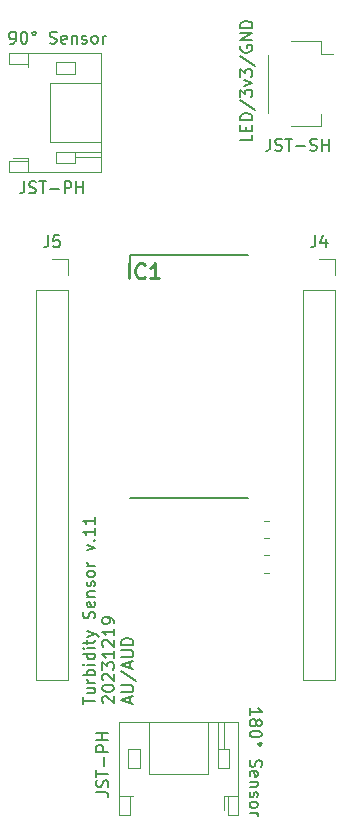
<source format=gbr>
%TF.GenerationSoftware,KiCad,Pcbnew,7.0.2-0*%
%TF.CreationDate,2023-12-19T13:36:21-05:00*%
%TF.ProjectId,Turbidity_v11,54757262-6964-4697-9479-5f7631312e6b,11*%
%TF.SameCoordinates,Original*%
%TF.FileFunction,Legend,Top*%
%TF.FilePolarity,Positive*%
%FSLAX46Y46*%
G04 Gerber Fmt 4.6, Leading zero omitted, Abs format (unit mm)*
G04 Created by KiCad (PCBNEW 7.0.2-0) date 2023-12-19 13:36:21*
%MOMM*%
%LPD*%
G01*
G04 APERTURE LIST*
%ADD10C,0.150000*%
%ADD11C,0.254000*%
%ADD12C,0.120000*%
%ADD13C,0.200000*%
G04 APERTURE END LIST*
D10*
X153852419Y-72234514D02*
X153852419Y-72710704D01*
X153852419Y-72710704D02*
X152852419Y-72710704D01*
X153328609Y-71901180D02*
X153328609Y-71567847D01*
X153852419Y-71424990D02*
X153852419Y-71901180D01*
X153852419Y-71901180D02*
X152852419Y-71901180D01*
X152852419Y-71901180D02*
X152852419Y-71424990D01*
X153852419Y-70996418D02*
X152852419Y-70996418D01*
X152852419Y-70996418D02*
X152852419Y-70758323D01*
X152852419Y-70758323D02*
X152900038Y-70615466D01*
X152900038Y-70615466D02*
X152995276Y-70520228D01*
X152995276Y-70520228D02*
X153090514Y-70472609D01*
X153090514Y-70472609D02*
X153280990Y-70424990D01*
X153280990Y-70424990D02*
X153423847Y-70424990D01*
X153423847Y-70424990D02*
X153614323Y-70472609D01*
X153614323Y-70472609D02*
X153709561Y-70520228D01*
X153709561Y-70520228D02*
X153804800Y-70615466D01*
X153804800Y-70615466D02*
X153852419Y-70758323D01*
X153852419Y-70758323D02*
X153852419Y-70996418D01*
X152804800Y-69282133D02*
X154090514Y-70139275D01*
X152852419Y-69044037D02*
X152852419Y-68424990D01*
X152852419Y-68424990D02*
X153233371Y-68758323D01*
X153233371Y-68758323D02*
X153233371Y-68615466D01*
X153233371Y-68615466D02*
X153280990Y-68520228D01*
X153280990Y-68520228D02*
X153328609Y-68472609D01*
X153328609Y-68472609D02*
X153423847Y-68424990D01*
X153423847Y-68424990D02*
X153661942Y-68424990D01*
X153661942Y-68424990D02*
X153757180Y-68472609D01*
X153757180Y-68472609D02*
X153804800Y-68520228D01*
X153804800Y-68520228D02*
X153852419Y-68615466D01*
X153852419Y-68615466D02*
X153852419Y-68901180D01*
X153852419Y-68901180D02*
X153804800Y-68996418D01*
X153804800Y-68996418D02*
X153757180Y-69044037D01*
X153185752Y-68091656D02*
X153852419Y-67853561D01*
X153852419Y-67853561D02*
X153185752Y-67615466D01*
X152852419Y-67329751D02*
X152852419Y-66710704D01*
X152852419Y-66710704D02*
X153233371Y-67044037D01*
X153233371Y-67044037D02*
X153233371Y-66901180D01*
X153233371Y-66901180D02*
X153280990Y-66805942D01*
X153280990Y-66805942D02*
X153328609Y-66758323D01*
X153328609Y-66758323D02*
X153423847Y-66710704D01*
X153423847Y-66710704D02*
X153661942Y-66710704D01*
X153661942Y-66710704D02*
X153757180Y-66758323D01*
X153757180Y-66758323D02*
X153804800Y-66805942D01*
X153804800Y-66805942D02*
X153852419Y-66901180D01*
X153852419Y-66901180D02*
X153852419Y-67186894D01*
X153852419Y-67186894D02*
X153804800Y-67282132D01*
X153804800Y-67282132D02*
X153757180Y-67329751D01*
X152804800Y-65567847D02*
X154090514Y-66424989D01*
X152900038Y-64710704D02*
X152852419Y-64805942D01*
X152852419Y-64805942D02*
X152852419Y-64948799D01*
X152852419Y-64948799D02*
X152900038Y-65091656D01*
X152900038Y-65091656D02*
X152995276Y-65186894D01*
X152995276Y-65186894D02*
X153090514Y-65234513D01*
X153090514Y-65234513D02*
X153280990Y-65282132D01*
X153280990Y-65282132D02*
X153423847Y-65282132D01*
X153423847Y-65282132D02*
X153614323Y-65234513D01*
X153614323Y-65234513D02*
X153709561Y-65186894D01*
X153709561Y-65186894D02*
X153804800Y-65091656D01*
X153804800Y-65091656D02*
X153852419Y-64948799D01*
X153852419Y-64948799D02*
X153852419Y-64853561D01*
X153852419Y-64853561D02*
X153804800Y-64710704D01*
X153804800Y-64710704D02*
X153757180Y-64663085D01*
X153757180Y-64663085D02*
X153423847Y-64663085D01*
X153423847Y-64663085D02*
X153423847Y-64853561D01*
X153852419Y-64234513D02*
X152852419Y-64234513D01*
X152852419Y-64234513D02*
X153852419Y-63663085D01*
X153852419Y-63663085D02*
X152852419Y-63663085D01*
X153852419Y-63186894D02*
X152852419Y-63186894D01*
X152852419Y-63186894D02*
X152852419Y-62948799D01*
X152852419Y-62948799D02*
X152900038Y-62805942D01*
X152900038Y-62805942D02*
X152995276Y-62710704D01*
X152995276Y-62710704D02*
X153090514Y-62663085D01*
X153090514Y-62663085D02*
X153280990Y-62615466D01*
X153280990Y-62615466D02*
X153423847Y-62615466D01*
X153423847Y-62615466D02*
X153614323Y-62663085D01*
X153614323Y-62663085D02*
X153709561Y-62710704D01*
X153709561Y-62710704D02*
X153804800Y-62805942D01*
X153804800Y-62805942D02*
X153852419Y-62948799D01*
X153852419Y-62948799D02*
X153852419Y-63186894D01*
X133381714Y-64520619D02*
X133572190Y-64520619D01*
X133572190Y-64520619D02*
X133667428Y-64473000D01*
X133667428Y-64473000D02*
X133715047Y-64425380D01*
X133715047Y-64425380D02*
X133810285Y-64282523D01*
X133810285Y-64282523D02*
X133857904Y-64092047D01*
X133857904Y-64092047D02*
X133857904Y-63711095D01*
X133857904Y-63711095D02*
X133810285Y-63615857D01*
X133810285Y-63615857D02*
X133762666Y-63568238D01*
X133762666Y-63568238D02*
X133667428Y-63520619D01*
X133667428Y-63520619D02*
X133476952Y-63520619D01*
X133476952Y-63520619D02*
X133381714Y-63568238D01*
X133381714Y-63568238D02*
X133334095Y-63615857D01*
X133334095Y-63615857D02*
X133286476Y-63711095D01*
X133286476Y-63711095D02*
X133286476Y-63949190D01*
X133286476Y-63949190D02*
X133334095Y-64044428D01*
X133334095Y-64044428D02*
X133381714Y-64092047D01*
X133381714Y-64092047D02*
X133476952Y-64139666D01*
X133476952Y-64139666D02*
X133667428Y-64139666D01*
X133667428Y-64139666D02*
X133762666Y-64092047D01*
X133762666Y-64092047D02*
X133810285Y-64044428D01*
X133810285Y-64044428D02*
X133857904Y-63949190D01*
X134476952Y-63520619D02*
X134572190Y-63520619D01*
X134572190Y-63520619D02*
X134667428Y-63568238D01*
X134667428Y-63568238D02*
X134715047Y-63615857D01*
X134715047Y-63615857D02*
X134762666Y-63711095D01*
X134762666Y-63711095D02*
X134810285Y-63901571D01*
X134810285Y-63901571D02*
X134810285Y-64139666D01*
X134810285Y-64139666D02*
X134762666Y-64330142D01*
X134762666Y-64330142D02*
X134715047Y-64425380D01*
X134715047Y-64425380D02*
X134667428Y-64473000D01*
X134667428Y-64473000D02*
X134572190Y-64520619D01*
X134572190Y-64520619D02*
X134476952Y-64520619D01*
X134476952Y-64520619D02*
X134381714Y-64473000D01*
X134381714Y-64473000D02*
X134334095Y-64425380D01*
X134334095Y-64425380D02*
X134286476Y-64330142D01*
X134286476Y-64330142D02*
X134238857Y-64139666D01*
X134238857Y-64139666D02*
X134238857Y-63901571D01*
X134238857Y-63901571D02*
X134286476Y-63711095D01*
X134286476Y-63711095D02*
X134334095Y-63615857D01*
X134334095Y-63615857D02*
X134381714Y-63568238D01*
X134381714Y-63568238D02*
X134476952Y-63520619D01*
X135381714Y-63520619D02*
X135286476Y-63568238D01*
X135286476Y-63568238D02*
X135238857Y-63663476D01*
X135238857Y-63663476D02*
X135286476Y-63758714D01*
X135286476Y-63758714D02*
X135381714Y-63806333D01*
X135381714Y-63806333D02*
X135476952Y-63758714D01*
X135476952Y-63758714D02*
X135524571Y-63663476D01*
X135524571Y-63663476D02*
X135476952Y-63568238D01*
X135476952Y-63568238D02*
X135381714Y-63520619D01*
X136715048Y-64473000D02*
X136857905Y-64520619D01*
X136857905Y-64520619D02*
X137096000Y-64520619D01*
X137096000Y-64520619D02*
X137191238Y-64473000D01*
X137191238Y-64473000D02*
X137238857Y-64425380D01*
X137238857Y-64425380D02*
X137286476Y-64330142D01*
X137286476Y-64330142D02*
X137286476Y-64234904D01*
X137286476Y-64234904D02*
X137238857Y-64139666D01*
X137238857Y-64139666D02*
X137191238Y-64092047D01*
X137191238Y-64092047D02*
X137096000Y-64044428D01*
X137096000Y-64044428D02*
X136905524Y-63996809D01*
X136905524Y-63996809D02*
X136810286Y-63949190D01*
X136810286Y-63949190D02*
X136762667Y-63901571D01*
X136762667Y-63901571D02*
X136715048Y-63806333D01*
X136715048Y-63806333D02*
X136715048Y-63711095D01*
X136715048Y-63711095D02*
X136762667Y-63615857D01*
X136762667Y-63615857D02*
X136810286Y-63568238D01*
X136810286Y-63568238D02*
X136905524Y-63520619D01*
X136905524Y-63520619D02*
X137143619Y-63520619D01*
X137143619Y-63520619D02*
X137286476Y-63568238D01*
X138096000Y-64473000D02*
X138000762Y-64520619D01*
X138000762Y-64520619D02*
X137810286Y-64520619D01*
X137810286Y-64520619D02*
X137715048Y-64473000D01*
X137715048Y-64473000D02*
X137667429Y-64377761D01*
X137667429Y-64377761D02*
X137667429Y-63996809D01*
X137667429Y-63996809D02*
X137715048Y-63901571D01*
X137715048Y-63901571D02*
X137810286Y-63853952D01*
X137810286Y-63853952D02*
X138000762Y-63853952D01*
X138000762Y-63853952D02*
X138096000Y-63901571D01*
X138096000Y-63901571D02*
X138143619Y-63996809D01*
X138143619Y-63996809D02*
X138143619Y-64092047D01*
X138143619Y-64092047D02*
X137667429Y-64187285D01*
X138572191Y-63853952D02*
X138572191Y-64520619D01*
X138572191Y-63949190D02*
X138619810Y-63901571D01*
X138619810Y-63901571D02*
X138715048Y-63853952D01*
X138715048Y-63853952D02*
X138857905Y-63853952D01*
X138857905Y-63853952D02*
X138953143Y-63901571D01*
X138953143Y-63901571D02*
X139000762Y-63996809D01*
X139000762Y-63996809D02*
X139000762Y-64520619D01*
X139429334Y-64473000D02*
X139524572Y-64520619D01*
X139524572Y-64520619D02*
X139715048Y-64520619D01*
X139715048Y-64520619D02*
X139810286Y-64473000D01*
X139810286Y-64473000D02*
X139857905Y-64377761D01*
X139857905Y-64377761D02*
X139857905Y-64330142D01*
X139857905Y-64330142D02*
X139810286Y-64234904D01*
X139810286Y-64234904D02*
X139715048Y-64187285D01*
X139715048Y-64187285D02*
X139572191Y-64187285D01*
X139572191Y-64187285D02*
X139476953Y-64139666D01*
X139476953Y-64139666D02*
X139429334Y-64044428D01*
X139429334Y-64044428D02*
X139429334Y-63996809D01*
X139429334Y-63996809D02*
X139476953Y-63901571D01*
X139476953Y-63901571D02*
X139572191Y-63853952D01*
X139572191Y-63853952D02*
X139715048Y-63853952D01*
X139715048Y-63853952D02*
X139810286Y-63901571D01*
X140429334Y-64520619D02*
X140334096Y-64473000D01*
X140334096Y-64473000D02*
X140286477Y-64425380D01*
X140286477Y-64425380D02*
X140238858Y-64330142D01*
X140238858Y-64330142D02*
X140238858Y-64044428D01*
X140238858Y-64044428D02*
X140286477Y-63949190D01*
X140286477Y-63949190D02*
X140334096Y-63901571D01*
X140334096Y-63901571D02*
X140429334Y-63853952D01*
X140429334Y-63853952D02*
X140572191Y-63853952D01*
X140572191Y-63853952D02*
X140667429Y-63901571D01*
X140667429Y-63901571D02*
X140715048Y-63949190D01*
X140715048Y-63949190D02*
X140762667Y-64044428D01*
X140762667Y-64044428D02*
X140762667Y-64330142D01*
X140762667Y-64330142D02*
X140715048Y-64425380D01*
X140715048Y-64425380D02*
X140667429Y-64473000D01*
X140667429Y-64473000D02*
X140572191Y-64520619D01*
X140572191Y-64520619D02*
X140429334Y-64520619D01*
X141191239Y-64520619D02*
X141191239Y-63853952D01*
X141191239Y-64044428D02*
X141238858Y-63949190D01*
X141238858Y-63949190D02*
X141286477Y-63901571D01*
X141286477Y-63901571D02*
X141381715Y-63853952D01*
X141381715Y-63853952D02*
X141476953Y-63853952D01*
X139528619Y-120427761D02*
X139528619Y-119856333D01*
X140528619Y-120142047D02*
X139528619Y-120142047D01*
X139861952Y-119094428D02*
X140528619Y-119094428D01*
X139861952Y-119522999D02*
X140385761Y-119522999D01*
X140385761Y-119522999D02*
X140481000Y-119475380D01*
X140481000Y-119475380D02*
X140528619Y-119380142D01*
X140528619Y-119380142D02*
X140528619Y-119237285D01*
X140528619Y-119237285D02*
X140481000Y-119142047D01*
X140481000Y-119142047D02*
X140433380Y-119094428D01*
X140528619Y-118618237D02*
X139861952Y-118618237D01*
X140052428Y-118618237D02*
X139957190Y-118570618D01*
X139957190Y-118570618D02*
X139909571Y-118522999D01*
X139909571Y-118522999D02*
X139861952Y-118427761D01*
X139861952Y-118427761D02*
X139861952Y-118332523D01*
X140528619Y-117999189D02*
X139528619Y-117999189D01*
X139909571Y-117999189D02*
X139861952Y-117903951D01*
X139861952Y-117903951D02*
X139861952Y-117713475D01*
X139861952Y-117713475D02*
X139909571Y-117618237D01*
X139909571Y-117618237D02*
X139957190Y-117570618D01*
X139957190Y-117570618D02*
X140052428Y-117522999D01*
X140052428Y-117522999D02*
X140338142Y-117522999D01*
X140338142Y-117522999D02*
X140433380Y-117570618D01*
X140433380Y-117570618D02*
X140481000Y-117618237D01*
X140481000Y-117618237D02*
X140528619Y-117713475D01*
X140528619Y-117713475D02*
X140528619Y-117903951D01*
X140528619Y-117903951D02*
X140481000Y-117999189D01*
X140528619Y-117094427D02*
X139861952Y-117094427D01*
X139528619Y-117094427D02*
X139576238Y-117142046D01*
X139576238Y-117142046D02*
X139623857Y-117094427D01*
X139623857Y-117094427D02*
X139576238Y-117046808D01*
X139576238Y-117046808D02*
X139528619Y-117094427D01*
X139528619Y-117094427D02*
X139623857Y-117094427D01*
X140528619Y-116189666D02*
X139528619Y-116189666D01*
X140481000Y-116189666D02*
X140528619Y-116284904D01*
X140528619Y-116284904D02*
X140528619Y-116475380D01*
X140528619Y-116475380D02*
X140481000Y-116570618D01*
X140481000Y-116570618D02*
X140433380Y-116618237D01*
X140433380Y-116618237D02*
X140338142Y-116665856D01*
X140338142Y-116665856D02*
X140052428Y-116665856D01*
X140052428Y-116665856D02*
X139957190Y-116618237D01*
X139957190Y-116618237D02*
X139909571Y-116570618D01*
X139909571Y-116570618D02*
X139861952Y-116475380D01*
X139861952Y-116475380D02*
X139861952Y-116284904D01*
X139861952Y-116284904D02*
X139909571Y-116189666D01*
X140528619Y-115713475D02*
X139861952Y-115713475D01*
X139528619Y-115713475D02*
X139576238Y-115761094D01*
X139576238Y-115761094D02*
X139623857Y-115713475D01*
X139623857Y-115713475D02*
X139576238Y-115665856D01*
X139576238Y-115665856D02*
X139528619Y-115713475D01*
X139528619Y-115713475D02*
X139623857Y-115713475D01*
X139861952Y-115380142D02*
X139861952Y-114999190D01*
X139528619Y-115237285D02*
X140385761Y-115237285D01*
X140385761Y-115237285D02*
X140481000Y-115189666D01*
X140481000Y-115189666D02*
X140528619Y-115094428D01*
X140528619Y-115094428D02*
X140528619Y-114999190D01*
X139861952Y-114761094D02*
X140528619Y-114522999D01*
X139861952Y-114284904D02*
X140528619Y-114522999D01*
X140528619Y-114522999D02*
X140766714Y-114618237D01*
X140766714Y-114618237D02*
X140814333Y-114665856D01*
X140814333Y-114665856D02*
X140861952Y-114761094D01*
X140481000Y-113189665D02*
X140528619Y-113046808D01*
X140528619Y-113046808D02*
X140528619Y-112808713D01*
X140528619Y-112808713D02*
X140481000Y-112713475D01*
X140481000Y-112713475D02*
X140433380Y-112665856D01*
X140433380Y-112665856D02*
X140338142Y-112618237D01*
X140338142Y-112618237D02*
X140242904Y-112618237D01*
X140242904Y-112618237D02*
X140147666Y-112665856D01*
X140147666Y-112665856D02*
X140100047Y-112713475D01*
X140100047Y-112713475D02*
X140052428Y-112808713D01*
X140052428Y-112808713D02*
X140004809Y-112999189D01*
X140004809Y-112999189D02*
X139957190Y-113094427D01*
X139957190Y-113094427D02*
X139909571Y-113142046D01*
X139909571Y-113142046D02*
X139814333Y-113189665D01*
X139814333Y-113189665D02*
X139719095Y-113189665D01*
X139719095Y-113189665D02*
X139623857Y-113142046D01*
X139623857Y-113142046D02*
X139576238Y-113094427D01*
X139576238Y-113094427D02*
X139528619Y-112999189D01*
X139528619Y-112999189D02*
X139528619Y-112761094D01*
X139528619Y-112761094D02*
X139576238Y-112618237D01*
X140481000Y-111808713D02*
X140528619Y-111903951D01*
X140528619Y-111903951D02*
X140528619Y-112094427D01*
X140528619Y-112094427D02*
X140481000Y-112189665D01*
X140481000Y-112189665D02*
X140385761Y-112237284D01*
X140385761Y-112237284D02*
X140004809Y-112237284D01*
X140004809Y-112237284D02*
X139909571Y-112189665D01*
X139909571Y-112189665D02*
X139861952Y-112094427D01*
X139861952Y-112094427D02*
X139861952Y-111903951D01*
X139861952Y-111903951D02*
X139909571Y-111808713D01*
X139909571Y-111808713D02*
X140004809Y-111761094D01*
X140004809Y-111761094D02*
X140100047Y-111761094D01*
X140100047Y-111761094D02*
X140195285Y-112237284D01*
X139861952Y-111332522D02*
X140528619Y-111332522D01*
X139957190Y-111332522D02*
X139909571Y-111284903D01*
X139909571Y-111284903D02*
X139861952Y-111189665D01*
X139861952Y-111189665D02*
X139861952Y-111046808D01*
X139861952Y-111046808D02*
X139909571Y-110951570D01*
X139909571Y-110951570D02*
X140004809Y-110903951D01*
X140004809Y-110903951D02*
X140528619Y-110903951D01*
X140481000Y-110475379D02*
X140528619Y-110380141D01*
X140528619Y-110380141D02*
X140528619Y-110189665D01*
X140528619Y-110189665D02*
X140481000Y-110094427D01*
X140481000Y-110094427D02*
X140385761Y-110046808D01*
X140385761Y-110046808D02*
X140338142Y-110046808D01*
X140338142Y-110046808D02*
X140242904Y-110094427D01*
X140242904Y-110094427D02*
X140195285Y-110189665D01*
X140195285Y-110189665D02*
X140195285Y-110332522D01*
X140195285Y-110332522D02*
X140147666Y-110427760D01*
X140147666Y-110427760D02*
X140052428Y-110475379D01*
X140052428Y-110475379D02*
X140004809Y-110475379D01*
X140004809Y-110475379D02*
X139909571Y-110427760D01*
X139909571Y-110427760D02*
X139861952Y-110332522D01*
X139861952Y-110332522D02*
X139861952Y-110189665D01*
X139861952Y-110189665D02*
X139909571Y-110094427D01*
X140528619Y-109475379D02*
X140481000Y-109570617D01*
X140481000Y-109570617D02*
X140433380Y-109618236D01*
X140433380Y-109618236D02*
X140338142Y-109665855D01*
X140338142Y-109665855D02*
X140052428Y-109665855D01*
X140052428Y-109665855D02*
X139957190Y-109618236D01*
X139957190Y-109618236D02*
X139909571Y-109570617D01*
X139909571Y-109570617D02*
X139861952Y-109475379D01*
X139861952Y-109475379D02*
X139861952Y-109332522D01*
X139861952Y-109332522D02*
X139909571Y-109237284D01*
X139909571Y-109237284D02*
X139957190Y-109189665D01*
X139957190Y-109189665D02*
X140052428Y-109142046D01*
X140052428Y-109142046D02*
X140338142Y-109142046D01*
X140338142Y-109142046D02*
X140433380Y-109189665D01*
X140433380Y-109189665D02*
X140481000Y-109237284D01*
X140481000Y-109237284D02*
X140528619Y-109332522D01*
X140528619Y-109332522D02*
X140528619Y-109475379D01*
X140528619Y-108713474D02*
X139861952Y-108713474D01*
X140052428Y-108713474D02*
X139957190Y-108665855D01*
X139957190Y-108665855D02*
X139909571Y-108618236D01*
X139909571Y-108618236D02*
X139861952Y-108522998D01*
X139861952Y-108522998D02*
X139861952Y-108427760D01*
X139861952Y-107427759D02*
X140528619Y-107189664D01*
X140528619Y-107189664D02*
X139861952Y-106951569D01*
X140433380Y-106570616D02*
X140481000Y-106522997D01*
X140481000Y-106522997D02*
X140528619Y-106570616D01*
X140528619Y-106570616D02*
X140481000Y-106618235D01*
X140481000Y-106618235D02*
X140433380Y-106570616D01*
X140433380Y-106570616D02*
X140528619Y-106570616D01*
X140528619Y-105570617D02*
X140528619Y-106142045D01*
X140528619Y-105856331D02*
X139528619Y-105856331D01*
X139528619Y-105856331D02*
X139671476Y-105951569D01*
X139671476Y-105951569D02*
X139766714Y-106046807D01*
X139766714Y-106046807D02*
X139814333Y-106142045D01*
X140528619Y-104618236D02*
X140528619Y-105189664D01*
X140528619Y-104903950D02*
X139528619Y-104903950D01*
X139528619Y-104903950D02*
X139671476Y-104999188D01*
X139671476Y-104999188D02*
X139766714Y-105094426D01*
X139766714Y-105094426D02*
X139814333Y-105189664D01*
X141243857Y-120332523D02*
X141196238Y-120284904D01*
X141196238Y-120284904D02*
X141148619Y-120189666D01*
X141148619Y-120189666D02*
X141148619Y-119951571D01*
X141148619Y-119951571D02*
X141196238Y-119856333D01*
X141196238Y-119856333D02*
X141243857Y-119808714D01*
X141243857Y-119808714D02*
X141339095Y-119761095D01*
X141339095Y-119761095D02*
X141434333Y-119761095D01*
X141434333Y-119761095D02*
X141577190Y-119808714D01*
X141577190Y-119808714D02*
X142148619Y-120380142D01*
X142148619Y-120380142D02*
X142148619Y-119761095D01*
X141148619Y-119142047D02*
X141148619Y-119046809D01*
X141148619Y-119046809D02*
X141196238Y-118951571D01*
X141196238Y-118951571D02*
X141243857Y-118903952D01*
X141243857Y-118903952D02*
X141339095Y-118856333D01*
X141339095Y-118856333D02*
X141529571Y-118808714D01*
X141529571Y-118808714D02*
X141767666Y-118808714D01*
X141767666Y-118808714D02*
X141958142Y-118856333D01*
X141958142Y-118856333D02*
X142053380Y-118903952D01*
X142053380Y-118903952D02*
X142101000Y-118951571D01*
X142101000Y-118951571D02*
X142148619Y-119046809D01*
X142148619Y-119046809D02*
X142148619Y-119142047D01*
X142148619Y-119142047D02*
X142101000Y-119237285D01*
X142101000Y-119237285D02*
X142053380Y-119284904D01*
X142053380Y-119284904D02*
X141958142Y-119332523D01*
X141958142Y-119332523D02*
X141767666Y-119380142D01*
X141767666Y-119380142D02*
X141529571Y-119380142D01*
X141529571Y-119380142D02*
X141339095Y-119332523D01*
X141339095Y-119332523D02*
X141243857Y-119284904D01*
X141243857Y-119284904D02*
X141196238Y-119237285D01*
X141196238Y-119237285D02*
X141148619Y-119142047D01*
X141243857Y-118427761D02*
X141196238Y-118380142D01*
X141196238Y-118380142D02*
X141148619Y-118284904D01*
X141148619Y-118284904D02*
X141148619Y-118046809D01*
X141148619Y-118046809D02*
X141196238Y-117951571D01*
X141196238Y-117951571D02*
X141243857Y-117903952D01*
X141243857Y-117903952D02*
X141339095Y-117856333D01*
X141339095Y-117856333D02*
X141434333Y-117856333D01*
X141434333Y-117856333D02*
X141577190Y-117903952D01*
X141577190Y-117903952D02*
X142148619Y-118475380D01*
X142148619Y-118475380D02*
X142148619Y-117856333D01*
X141148619Y-117522999D02*
X141148619Y-116903952D01*
X141148619Y-116903952D02*
X141529571Y-117237285D01*
X141529571Y-117237285D02*
X141529571Y-117094428D01*
X141529571Y-117094428D02*
X141577190Y-116999190D01*
X141577190Y-116999190D02*
X141624809Y-116951571D01*
X141624809Y-116951571D02*
X141720047Y-116903952D01*
X141720047Y-116903952D02*
X141958142Y-116903952D01*
X141958142Y-116903952D02*
X142053380Y-116951571D01*
X142053380Y-116951571D02*
X142101000Y-116999190D01*
X142101000Y-116999190D02*
X142148619Y-117094428D01*
X142148619Y-117094428D02*
X142148619Y-117380142D01*
X142148619Y-117380142D02*
X142101000Y-117475380D01*
X142101000Y-117475380D02*
X142053380Y-117522999D01*
X142148619Y-115951571D02*
X142148619Y-116522999D01*
X142148619Y-116237285D02*
X141148619Y-116237285D01*
X141148619Y-116237285D02*
X141291476Y-116332523D01*
X141291476Y-116332523D02*
X141386714Y-116427761D01*
X141386714Y-116427761D02*
X141434333Y-116522999D01*
X141243857Y-115570618D02*
X141196238Y-115522999D01*
X141196238Y-115522999D02*
X141148619Y-115427761D01*
X141148619Y-115427761D02*
X141148619Y-115189666D01*
X141148619Y-115189666D02*
X141196238Y-115094428D01*
X141196238Y-115094428D02*
X141243857Y-115046809D01*
X141243857Y-115046809D02*
X141339095Y-114999190D01*
X141339095Y-114999190D02*
X141434333Y-114999190D01*
X141434333Y-114999190D02*
X141577190Y-115046809D01*
X141577190Y-115046809D02*
X142148619Y-115618237D01*
X142148619Y-115618237D02*
X142148619Y-114999190D01*
X142148619Y-114046809D02*
X142148619Y-114618237D01*
X142148619Y-114332523D02*
X141148619Y-114332523D01*
X141148619Y-114332523D02*
X141291476Y-114427761D01*
X141291476Y-114427761D02*
X141386714Y-114522999D01*
X141386714Y-114522999D02*
X141434333Y-114618237D01*
X142148619Y-113570618D02*
X142148619Y-113380142D01*
X142148619Y-113380142D02*
X142101000Y-113284904D01*
X142101000Y-113284904D02*
X142053380Y-113237285D01*
X142053380Y-113237285D02*
X141910523Y-113142047D01*
X141910523Y-113142047D02*
X141720047Y-113094428D01*
X141720047Y-113094428D02*
X141339095Y-113094428D01*
X141339095Y-113094428D02*
X141243857Y-113142047D01*
X141243857Y-113142047D02*
X141196238Y-113189666D01*
X141196238Y-113189666D02*
X141148619Y-113284904D01*
X141148619Y-113284904D02*
X141148619Y-113475380D01*
X141148619Y-113475380D02*
X141196238Y-113570618D01*
X141196238Y-113570618D02*
X141243857Y-113618237D01*
X141243857Y-113618237D02*
X141339095Y-113665856D01*
X141339095Y-113665856D02*
X141577190Y-113665856D01*
X141577190Y-113665856D02*
X141672428Y-113618237D01*
X141672428Y-113618237D02*
X141720047Y-113570618D01*
X141720047Y-113570618D02*
X141767666Y-113475380D01*
X141767666Y-113475380D02*
X141767666Y-113284904D01*
X141767666Y-113284904D02*
X141720047Y-113189666D01*
X141720047Y-113189666D02*
X141672428Y-113142047D01*
X141672428Y-113142047D02*
X141577190Y-113094428D01*
X143482904Y-120332523D02*
X143482904Y-119856333D01*
X143768619Y-120427761D02*
X142768619Y-120094428D01*
X142768619Y-120094428D02*
X143768619Y-119761095D01*
X142768619Y-119427761D02*
X143578142Y-119427761D01*
X143578142Y-119427761D02*
X143673380Y-119380142D01*
X143673380Y-119380142D02*
X143721000Y-119332523D01*
X143721000Y-119332523D02*
X143768619Y-119237285D01*
X143768619Y-119237285D02*
X143768619Y-119046809D01*
X143768619Y-119046809D02*
X143721000Y-118951571D01*
X143721000Y-118951571D02*
X143673380Y-118903952D01*
X143673380Y-118903952D02*
X143578142Y-118856333D01*
X143578142Y-118856333D02*
X142768619Y-118856333D01*
X142721000Y-117665857D02*
X144006714Y-118522999D01*
X143482904Y-117380142D02*
X143482904Y-116903952D01*
X143768619Y-117475380D02*
X142768619Y-117142047D01*
X142768619Y-117142047D02*
X143768619Y-116808714D01*
X142768619Y-116475380D02*
X143578142Y-116475380D01*
X143578142Y-116475380D02*
X143673380Y-116427761D01*
X143673380Y-116427761D02*
X143721000Y-116380142D01*
X143721000Y-116380142D02*
X143768619Y-116284904D01*
X143768619Y-116284904D02*
X143768619Y-116094428D01*
X143768619Y-116094428D02*
X143721000Y-115999190D01*
X143721000Y-115999190D02*
X143673380Y-115951571D01*
X143673380Y-115951571D02*
X143578142Y-115903952D01*
X143578142Y-115903952D02*
X142768619Y-115903952D01*
X143768619Y-115427761D02*
X142768619Y-115427761D01*
X142768619Y-115427761D02*
X142768619Y-115189666D01*
X142768619Y-115189666D02*
X142816238Y-115046809D01*
X142816238Y-115046809D02*
X142911476Y-114951571D01*
X142911476Y-114951571D02*
X143006714Y-114903952D01*
X143006714Y-114903952D02*
X143197190Y-114856333D01*
X143197190Y-114856333D02*
X143340047Y-114856333D01*
X143340047Y-114856333D02*
X143530523Y-114903952D01*
X143530523Y-114903952D02*
X143625761Y-114951571D01*
X143625761Y-114951571D02*
X143721000Y-115046809D01*
X143721000Y-115046809D02*
X143768619Y-115189666D01*
X143768619Y-115189666D02*
X143768619Y-115427761D01*
X134534209Y-76195219D02*
X134534209Y-76909504D01*
X134534209Y-76909504D02*
X134486590Y-77052361D01*
X134486590Y-77052361D02*
X134391352Y-77147600D01*
X134391352Y-77147600D02*
X134248495Y-77195219D01*
X134248495Y-77195219D02*
X134153257Y-77195219D01*
X134962781Y-77147600D02*
X135105638Y-77195219D01*
X135105638Y-77195219D02*
X135343733Y-77195219D01*
X135343733Y-77195219D02*
X135438971Y-77147600D01*
X135438971Y-77147600D02*
X135486590Y-77099980D01*
X135486590Y-77099980D02*
X135534209Y-77004742D01*
X135534209Y-77004742D02*
X135534209Y-76909504D01*
X135534209Y-76909504D02*
X135486590Y-76814266D01*
X135486590Y-76814266D02*
X135438971Y-76766647D01*
X135438971Y-76766647D02*
X135343733Y-76719028D01*
X135343733Y-76719028D02*
X135153257Y-76671409D01*
X135153257Y-76671409D02*
X135058019Y-76623790D01*
X135058019Y-76623790D02*
X135010400Y-76576171D01*
X135010400Y-76576171D02*
X134962781Y-76480933D01*
X134962781Y-76480933D02*
X134962781Y-76385695D01*
X134962781Y-76385695D02*
X135010400Y-76290457D01*
X135010400Y-76290457D02*
X135058019Y-76242838D01*
X135058019Y-76242838D02*
X135153257Y-76195219D01*
X135153257Y-76195219D02*
X135391352Y-76195219D01*
X135391352Y-76195219D02*
X135534209Y-76242838D01*
X135819924Y-76195219D02*
X136391352Y-76195219D01*
X136105638Y-77195219D02*
X136105638Y-76195219D01*
X136724686Y-76814266D02*
X137486591Y-76814266D01*
X137962781Y-77195219D02*
X137962781Y-76195219D01*
X137962781Y-76195219D02*
X138343733Y-76195219D01*
X138343733Y-76195219D02*
X138438971Y-76242838D01*
X138438971Y-76242838D02*
X138486590Y-76290457D01*
X138486590Y-76290457D02*
X138534209Y-76385695D01*
X138534209Y-76385695D02*
X138534209Y-76528552D01*
X138534209Y-76528552D02*
X138486590Y-76623790D01*
X138486590Y-76623790D02*
X138438971Y-76671409D01*
X138438971Y-76671409D02*
X138343733Y-76719028D01*
X138343733Y-76719028D02*
X137962781Y-76719028D01*
X138962781Y-77195219D02*
X138962781Y-76195219D01*
X138962781Y-76671409D02*
X139534209Y-76671409D01*
X139534209Y-77195219D02*
X139534209Y-76195219D01*
X155362209Y-72588419D02*
X155362209Y-73302704D01*
X155362209Y-73302704D02*
X155314590Y-73445561D01*
X155314590Y-73445561D02*
X155219352Y-73540800D01*
X155219352Y-73540800D02*
X155076495Y-73588419D01*
X155076495Y-73588419D02*
X154981257Y-73588419D01*
X155790781Y-73540800D02*
X155933638Y-73588419D01*
X155933638Y-73588419D02*
X156171733Y-73588419D01*
X156171733Y-73588419D02*
X156266971Y-73540800D01*
X156266971Y-73540800D02*
X156314590Y-73493180D01*
X156314590Y-73493180D02*
X156362209Y-73397942D01*
X156362209Y-73397942D02*
X156362209Y-73302704D01*
X156362209Y-73302704D02*
X156314590Y-73207466D01*
X156314590Y-73207466D02*
X156266971Y-73159847D01*
X156266971Y-73159847D02*
X156171733Y-73112228D01*
X156171733Y-73112228D02*
X155981257Y-73064609D01*
X155981257Y-73064609D02*
X155886019Y-73016990D01*
X155886019Y-73016990D02*
X155838400Y-72969371D01*
X155838400Y-72969371D02*
X155790781Y-72874133D01*
X155790781Y-72874133D02*
X155790781Y-72778895D01*
X155790781Y-72778895D02*
X155838400Y-72683657D01*
X155838400Y-72683657D02*
X155886019Y-72636038D01*
X155886019Y-72636038D02*
X155981257Y-72588419D01*
X155981257Y-72588419D02*
X156219352Y-72588419D01*
X156219352Y-72588419D02*
X156362209Y-72636038D01*
X156647924Y-72588419D02*
X157219352Y-72588419D01*
X156933638Y-73588419D02*
X156933638Y-72588419D01*
X157552686Y-73207466D02*
X158314591Y-73207466D01*
X158743162Y-73540800D02*
X158886019Y-73588419D01*
X158886019Y-73588419D02*
X159124114Y-73588419D01*
X159124114Y-73588419D02*
X159219352Y-73540800D01*
X159219352Y-73540800D02*
X159266971Y-73493180D01*
X159266971Y-73493180D02*
X159314590Y-73397942D01*
X159314590Y-73397942D02*
X159314590Y-73302704D01*
X159314590Y-73302704D02*
X159266971Y-73207466D01*
X159266971Y-73207466D02*
X159219352Y-73159847D01*
X159219352Y-73159847D02*
X159124114Y-73112228D01*
X159124114Y-73112228D02*
X158933638Y-73064609D01*
X158933638Y-73064609D02*
X158838400Y-73016990D01*
X158838400Y-73016990D02*
X158790781Y-72969371D01*
X158790781Y-72969371D02*
X158743162Y-72874133D01*
X158743162Y-72874133D02*
X158743162Y-72778895D01*
X158743162Y-72778895D02*
X158790781Y-72683657D01*
X158790781Y-72683657D02*
X158838400Y-72636038D01*
X158838400Y-72636038D02*
X158933638Y-72588419D01*
X158933638Y-72588419D02*
X159171733Y-72588419D01*
X159171733Y-72588419D02*
X159314590Y-72636038D01*
X159743162Y-73588419D02*
X159743162Y-72588419D01*
X159743162Y-73064609D02*
X160314590Y-73064609D01*
X160314590Y-73588419D02*
X160314590Y-72588419D01*
X153639980Y-121361104D02*
X153639980Y-120789676D01*
X153639980Y-121075390D02*
X154639980Y-121075390D01*
X154639980Y-121075390D02*
X154497123Y-120980152D01*
X154497123Y-120980152D02*
X154401885Y-120884914D01*
X154401885Y-120884914D02*
X154354266Y-120789676D01*
X154211409Y-121932533D02*
X154259028Y-121837295D01*
X154259028Y-121837295D02*
X154306647Y-121789676D01*
X154306647Y-121789676D02*
X154401885Y-121742057D01*
X154401885Y-121742057D02*
X154449504Y-121742057D01*
X154449504Y-121742057D02*
X154544742Y-121789676D01*
X154544742Y-121789676D02*
X154592361Y-121837295D01*
X154592361Y-121837295D02*
X154639980Y-121932533D01*
X154639980Y-121932533D02*
X154639980Y-122123009D01*
X154639980Y-122123009D02*
X154592361Y-122218247D01*
X154592361Y-122218247D02*
X154544742Y-122265866D01*
X154544742Y-122265866D02*
X154449504Y-122313485D01*
X154449504Y-122313485D02*
X154401885Y-122313485D01*
X154401885Y-122313485D02*
X154306647Y-122265866D01*
X154306647Y-122265866D02*
X154259028Y-122218247D01*
X154259028Y-122218247D02*
X154211409Y-122123009D01*
X154211409Y-122123009D02*
X154211409Y-121932533D01*
X154211409Y-121932533D02*
X154163790Y-121837295D01*
X154163790Y-121837295D02*
X154116171Y-121789676D01*
X154116171Y-121789676D02*
X154020933Y-121742057D01*
X154020933Y-121742057D02*
X153830457Y-121742057D01*
X153830457Y-121742057D02*
X153735219Y-121789676D01*
X153735219Y-121789676D02*
X153687600Y-121837295D01*
X153687600Y-121837295D02*
X153639980Y-121932533D01*
X153639980Y-121932533D02*
X153639980Y-122123009D01*
X153639980Y-122123009D02*
X153687600Y-122218247D01*
X153687600Y-122218247D02*
X153735219Y-122265866D01*
X153735219Y-122265866D02*
X153830457Y-122313485D01*
X153830457Y-122313485D02*
X154020933Y-122313485D01*
X154020933Y-122313485D02*
X154116171Y-122265866D01*
X154116171Y-122265866D02*
X154163790Y-122218247D01*
X154163790Y-122218247D02*
X154211409Y-122123009D01*
X154639980Y-122932533D02*
X154639980Y-123027771D01*
X154639980Y-123027771D02*
X154592361Y-123123009D01*
X154592361Y-123123009D02*
X154544742Y-123170628D01*
X154544742Y-123170628D02*
X154449504Y-123218247D01*
X154449504Y-123218247D02*
X154259028Y-123265866D01*
X154259028Y-123265866D02*
X154020933Y-123265866D01*
X154020933Y-123265866D02*
X153830457Y-123218247D01*
X153830457Y-123218247D02*
X153735219Y-123170628D01*
X153735219Y-123170628D02*
X153687600Y-123123009D01*
X153687600Y-123123009D02*
X153639980Y-123027771D01*
X153639980Y-123027771D02*
X153639980Y-122932533D01*
X153639980Y-122932533D02*
X153687600Y-122837295D01*
X153687600Y-122837295D02*
X153735219Y-122789676D01*
X153735219Y-122789676D02*
X153830457Y-122742057D01*
X153830457Y-122742057D02*
X154020933Y-122694438D01*
X154020933Y-122694438D02*
X154259028Y-122694438D01*
X154259028Y-122694438D02*
X154449504Y-122742057D01*
X154449504Y-122742057D02*
X154544742Y-122789676D01*
X154544742Y-122789676D02*
X154592361Y-122837295D01*
X154592361Y-122837295D02*
X154639980Y-122932533D01*
X154639980Y-123837295D02*
X154592361Y-123742057D01*
X154592361Y-123742057D02*
X154497123Y-123694438D01*
X154497123Y-123694438D02*
X154401885Y-123742057D01*
X154401885Y-123742057D02*
X154354266Y-123837295D01*
X154354266Y-123837295D02*
X154401885Y-123932533D01*
X154401885Y-123932533D02*
X154497123Y-123980152D01*
X154497123Y-123980152D02*
X154592361Y-123932533D01*
X154592361Y-123932533D02*
X154639980Y-123837295D01*
X153687600Y-125170629D02*
X153639980Y-125313486D01*
X153639980Y-125313486D02*
X153639980Y-125551581D01*
X153639980Y-125551581D02*
X153687600Y-125646819D01*
X153687600Y-125646819D02*
X153735219Y-125694438D01*
X153735219Y-125694438D02*
X153830457Y-125742057D01*
X153830457Y-125742057D02*
X153925695Y-125742057D01*
X153925695Y-125742057D02*
X154020933Y-125694438D01*
X154020933Y-125694438D02*
X154068552Y-125646819D01*
X154068552Y-125646819D02*
X154116171Y-125551581D01*
X154116171Y-125551581D02*
X154163790Y-125361105D01*
X154163790Y-125361105D02*
X154211409Y-125265867D01*
X154211409Y-125265867D02*
X154259028Y-125218248D01*
X154259028Y-125218248D02*
X154354266Y-125170629D01*
X154354266Y-125170629D02*
X154449504Y-125170629D01*
X154449504Y-125170629D02*
X154544742Y-125218248D01*
X154544742Y-125218248D02*
X154592361Y-125265867D01*
X154592361Y-125265867D02*
X154639980Y-125361105D01*
X154639980Y-125361105D02*
X154639980Y-125599200D01*
X154639980Y-125599200D02*
X154592361Y-125742057D01*
X153687600Y-126551581D02*
X153639980Y-126456343D01*
X153639980Y-126456343D02*
X153639980Y-126265867D01*
X153639980Y-126265867D02*
X153687600Y-126170629D01*
X153687600Y-126170629D02*
X153782838Y-126123010D01*
X153782838Y-126123010D02*
X154163790Y-126123010D01*
X154163790Y-126123010D02*
X154259028Y-126170629D01*
X154259028Y-126170629D02*
X154306647Y-126265867D01*
X154306647Y-126265867D02*
X154306647Y-126456343D01*
X154306647Y-126456343D02*
X154259028Y-126551581D01*
X154259028Y-126551581D02*
X154163790Y-126599200D01*
X154163790Y-126599200D02*
X154068552Y-126599200D01*
X154068552Y-126599200D02*
X153973314Y-126123010D01*
X154306647Y-127027772D02*
X153639980Y-127027772D01*
X154211409Y-127027772D02*
X154259028Y-127075391D01*
X154259028Y-127075391D02*
X154306647Y-127170629D01*
X154306647Y-127170629D02*
X154306647Y-127313486D01*
X154306647Y-127313486D02*
X154259028Y-127408724D01*
X154259028Y-127408724D02*
X154163790Y-127456343D01*
X154163790Y-127456343D02*
X153639980Y-127456343D01*
X153687600Y-127884915D02*
X153639980Y-127980153D01*
X153639980Y-127980153D02*
X153639980Y-128170629D01*
X153639980Y-128170629D02*
X153687600Y-128265867D01*
X153687600Y-128265867D02*
X153782838Y-128313486D01*
X153782838Y-128313486D02*
X153830457Y-128313486D01*
X153830457Y-128313486D02*
X153925695Y-128265867D01*
X153925695Y-128265867D02*
X153973314Y-128170629D01*
X153973314Y-128170629D02*
X153973314Y-128027772D01*
X153973314Y-128027772D02*
X154020933Y-127932534D01*
X154020933Y-127932534D02*
X154116171Y-127884915D01*
X154116171Y-127884915D02*
X154163790Y-127884915D01*
X154163790Y-127884915D02*
X154259028Y-127932534D01*
X154259028Y-127932534D02*
X154306647Y-128027772D01*
X154306647Y-128027772D02*
X154306647Y-128170629D01*
X154306647Y-128170629D02*
X154259028Y-128265867D01*
X153639980Y-128884915D02*
X153687600Y-128789677D01*
X153687600Y-128789677D02*
X153735219Y-128742058D01*
X153735219Y-128742058D02*
X153830457Y-128694439D01*
X153830457Y-128694439D02*
X154116171Y-128694439D01*
X154116171Y-128694439D02*
X154211409Y-128742058D01*
X154211409Y-128742058D02*
X154259028Y-128789677D01*
X154259028Y-128789677D02*
X154306647Y-128884915D01*
X154306647Y-128884915D02*
X154306647Y-129027772D01*
X154306647Y-129027772D02*
X154259028Y-129123010D01*
X154259028Y-129123010D02*
X154211409Y-129170629D01*
X154211409Y-129170629D02*
X154116171Y-129218248D01*
X154116171Y-129218248D02*
X153830457Y-129218248D01*
X153830457Y-129218248D02*
X153735219Y-129170629D01*
X153735219Y-129170629D02*
X153687600Y-129123010D01*
X153687600Y-129123010D02*
X153639980Y-129027772D01*
X153639980Y-129027772D02*
X153639980Y-128884915D01*
X153639980Y-129646820D02*
X154306647Y-129646820D01*
X154116171Y-129646820D02*
X154211409Y-129694439D01*
X154211409Y-129694439D02*
X154259028Y-129742058D01*
X154259028Y-129742058D02*
X154306647Y-129837296D01*
X154306647Y-129837296D02*
X154306647Y-129932534D01*
X140660419Y-127898590D02*
X141374704Y-127898590D01*
X141374704Y-127898590D02*
X141517561Y-127946209D01*
X141517561Y-127946209D02*
X141612800Y-128041447D01*
X141612800Y-128041447D02*
X141660419Y-128184304D01*
X141660419Y-128184304D02*
X141660419Y-128279542D01*
X141612800Y-127470018D02*
X141660419Y-127327161D01*
X141660419Y-127327161D02*
X141660419Y-127089066D01*
X141660419Y-127089066D02*
X141612800Y-126993828D01*
X141612800Y-126993828D02*
X141565180Y-126946209D01*
X141565180Y-126946209D02*
X141469942Y-126898590D01*
X141469942Y-126898590D02*
X141374704Y-126898590D01*
X141374704Y-126898590D02*
X141279466Y-126946209D01*
X141279466Y-126946209D02*
X141231847Y-126993828D01*
X141231847Y-126993828D02*
X141184228Y-127089066D01*
X141184228Y-127089066D02*
X141136609Y-127279542D01*
X141136609Y-127279542D02*
X141088990Y-127374780D01*
X141088990Y-127374780D02*
X141041371Y-127422399D01*
X141041371Y-127422399D02*
X140946133Y-127470018D01*
X140946133Y-127470018D02*
X140850895Y-127470018D01*
X140850895Y-127470018D02*
X140755657Y-127422399D01*
X140755657Y-127422399D02*
X140708038Y-127374780D01*
X140708038Y-127374780D02*
X140660419Y-127279542D01*
X140660419Y-127279542D02*
X140660419Y-127041447D01*
X140660419Y-127041447D02*
X140708038Y-126898590D01*
X140660419Y-126612875D02*
X140660419Y-126041447D01*
X141660419Y-126327161D02*
X140660419Y-126327161D01*
X141279466Y-125708113D02*
X141279466Y-124946209D01*
X141660419Y-124470018D02*
X140660419Y-124470018D01*
X140660419Y-124470018D02*
X140660419Y-124089066D01*
X140660419Y-124089066D02*
X140708038Y-123993828D01*
X140708038Y-123993828D02*
X140755657Y-123946209D01*
X140755657Y-123946209D02*
X140850895Y-123898590D01*
X140850895Y-123898590D02*
X140993752Y-123898590D01*
X140993752Y-123898590D02*
X141088990Y-123946209D01*
X141088990Y-123946209D02*
X141136609Y-123993828D01*
X141136609Y-123993828D02*
X141184228Y-124089066D01*
X141184228Y-124089066D02*
X141184228Y-124470018D01*
X141660419Y-123470018D02*
X140660419Y-123470018D01*
X141136609Y-123470018D02*
X141136609Y-122898590D01*
X141660419Y-122898590D02*
X140660419Y-122898590D01*
D11*
%TO.C,IC1*%
X143413237Y-84407526D02*
X143413237Y-83137526D01*
X144743714Y-84286573D02*
X144683238Y-84347050D01*
X144683238Y-84347050D02*
X144501809Y-84407526D01*
X144501809Y-84407526D02*
X144380857Y-84407526D01*
X144380857Y-84407526D02*
X144199428Y-84347050D01*
X144199428Y-84347050D02*
X144078476Y-84226097D01*
X144078476Y-84226097D02*
X144017999Y-84105145D01*
X144017999Y-84105145D02*
X143957523Y-83863240D01*
X143957523Y-83863240D02*
X143957523Y-83681811D01*
X143957523Y-83681811D02*
X144017999Y-83439907D01*
X144017999Y-83439907D02*
X144078476Y-83318954D01*
X144078476Y-83318954D02*
X144199428Y-83198002D01*
X144199428Y-83198002D02*
X144380857Y-83137526D01*
X144380857Y-83137526D02*
X144501809Y-83137526D01*
X144501809Y-83137526D02*
X144683238Y-83198002D01*
X144683238Y-83198002D02*
X144743714Y-83258478D01*
X145953238Y-84407526D02*
X145227523Y-84407526D01*
X145590380Y-84407526D02*
X145590380Y-83137526D01*
X145590380Y-83137526D02*
X145469428Y-83318954D01*
X145469428Y-83318954D02*
X145348476Y-83439907D01*
X145348476Y-83439907D02*
X145227523Y-83500383D01*
D10*
%TO.C,J4*%
X159178666Y-80766619D02*
X159178666Y-81480904D01*
X159178666Y-81480904D02*
X159131047Y-81623761D01*
X159131047Y-81623761D02*
X159035809Y-81719000D01*
X159035809Y-81719000D02*
X158892952Y-81766619D01*
X158892952Y-81766619D02*
X158797714Y-81766619D01*
X160083428Y-81099952D02*
X160083428Y-81766619D01*
X159845333Y-80719000D02*
X159607238Y-81433285D01*
X159607238Y-81433285D02*
X160226285Y-81433285D01*
%TO.C,J5*%
X136572666Y-80766619D02*
X136572666Y-81480904D01*
X136572666Y-81480904D02*
X136525047Y-81623761D01*
X136525047Y-81623761D02*
X136429809Y-81719000D01*
X136429809Y-81719000D02*
X136286952Y-81766619D01*
X136286952Y-81766619D02*
X136191714Y-81766619D01*
X137525047Y-80766619D02*
X137048857Y-80766619D01*
X137048857Y-80766619D02*
X137001238Y-81242809D01*
X137001238Y-81242809D02*
X137048857Y-81195190D01*
X137048857Y-81195190D02*
X137144095Y-81147571D01*
X137144095Y-81147571D02*
X137382190Y-81147571D01*
X137382190Y-81147571D02*
X137477428Y-81195190D01*
X137477428Y-81195190D02*
X137525047Y-81242809D01*
X137525047Y-81242809D02*
X137572666Y-81338047D01*
X137572666Y-81338047D02*
X137572666Y-81576142D01*
X137572666Y-81576142D02*
X137525047Y-81671380D01*
X137525047Y-81671380D02*
X137477428Y-81719000D01*
X137477428Y-81719000D02*
X137382190Y-81766619D01*
X137382190Y-81766619D02*
X137144095Y-81766619D01*
X137144095Y-81766619D02*
X137048857Y-81719000D01*
X137048857Y-81719000D02*
X137001238Y-81671380D01*
D12*
%TO.C,R1*%
X155278064Y-109320000D02*
X154823936Y-109320000D01*
X155278064Y-107850000D02*
X154823936Y-107850000D01*
D13*
%TO.C,IC1*%
X143463000Y-82450000D02*
X143463000Y-83820000D01*
X143463000Y-102970000D02*
X153463000Y-102970000D01*
X153463000Y-82450000D02*
X143463000Y-82450000D01*
D12*
%TO.C,J4*%
X158182000Y-85344000D02*
X158182000Y-118424000D01*
X158182000Y-85344000D02*
X160842000Y-85344000D01*
X158182000Y-118424000D02*
X160842000Y-118424000D01*
X159512000Y-82744000D02*
X160842000Y-82744000D01*
X160842000Y-82744000D02*
X160842000Y-84074000D01*
X160842000Y-85344000D02*
X160842000Y-118424000D01*
%TO.C,J3*%
X133250000Y-75418000D02*
X141070000Y-75418000D01*
X134850000Y-75418000D02*
X134850000Y-74498000D01*
X141070000Y-75418000D02*
X141070000Y-65298000D01*
X137210000Y-74658000D02*
X138810000Y-74658000D01*
X138810000Y-74658000D02*
X138810000Y-73658000D01*
X133250000Y-74498000D02*
X133250000Y-75418000D01*
X134850000Y-74498000D02*
X133250000Y-74498000D01*
X134850000Y-74218000D02*
X134850000Y-74498000D01*
X134850000Y-74218000D02*
X133635000Y-74218000D01*
X138810000Y-74158000D02*
X141070000Y-74158000D01*
X137210000Y-73658000D02*
X137210000Y-74658000D01*
X138810000Y-73658000D02*
X137210000Y-73658000D01*
X138810000Y-73658000D02*
X141070000Y-73658000D01*
X136710000Y-72858000D02*
X136710000Y-67858000D01*
X141070000Y-72858000D02*
X136710000Y-72858000D01*
X136710000Y-67858000D02*
X141070000Y-67858000D01*
X137210000Y-67058000D02*
X137210000Y-66058000D01*
X138810000Y-67058000D02*
X137210000Y-67058000D01*
X133250000Y-66218000D02*
X134850000Y-66218000D01*
X134850000Y-66218000D02*
X134850000Y-66498000D01*
X137210000Y-66058000D02*
X138810000Y-66058000D01*
X138810000Y-66058000D02*
X138810000Y-67058000D01*
X133250000Y-65298000D02*
X133250000Y-66218000D01*
X134850000Y-65298000D02*
X134850000Y-66218000D01*
X141070000Y-65298000D02*
X133250000Y-65298000D01*
%TO.C,J1*%
X159666800Y-64311600D02*
X159666800Y-65361600D01*
X157166800Y-64311600D02*
X159666800Y-64311600D01*
X159666800Y-65361600D02*
X160656800Y-65361600D01*
X155196800Y-65481600D02*
X155196800Y-70361600D01*
X159666800Y-71531600D02*
X159666800Y-70481600D01*
X157166800Y-71531600D02*
X159666800Y-71531600D01*
%TO.C,J2*%
X152684800Y-129792400D02*
X152684800Y-121972400D01*
X152684800Y-128192400D02*
X151764800Y-128192400D01*
X152684800Y-121972400D02*
X142564800Y-121972400D01*
X151924800Y-125832400D02*
X151924800Y-124232400D01*
X151924800Y-124232400D02*
X150924800Y-124232400D01*
X151764800Y-129792400D02*
X152684800Y-129792400D01*
X151764800Y-128192400D02*
X151764800Y-129792400D01*
X151484800Y-128192400D02*
X151764800Y-128192400D01*
X151484800Y-128192400D02*
X151484800Y-129407400D01*
X151424800Y-124232400D02*
X151424800Y-121972400D01*
X150924800Y-125832400D02*
X151924800Y-125832400D01*
X150924800Y-124232400D02*
X150924800Y-125832400D01*
X150924800Y-124232400D02*
X150924800Y-121972400D01*
X150124800Y-126332400D02*
X145124800Y-126332400D01*
X150124800Y-121972400D02*
X150124800Y-126332400D01*
X145124800Y-126332400D02*
X145124800Y-121972400D01*
X144324800Y-125832400D02*
X143324800Y-125832400D01*
X144324800Y-124232400D02*
X144324800Y-125832400D01*
X143484800Y-129792400D02*
X143484800Y-128192400D01*
X143484800Y-128192400D02*
X143764800Y-128192400D01*
X143324800Y-125832400D02*
X143324800Y-124232400D01*
X143324800Y-124232400D02*
X144324800Y-124232400D01*
X142564800Y-129792400D02*
X143484800Y-129792400D01*
X142564800Y-128192400D02*
X143484800Y-128192400D01*
X142564800Y-121972400D02*
X142564800Y-129792400D01*
%TO.C,R2*%
X155310064Y-106399000D02*
X154855936Y-106399000D01*
X155310064Y-104929000D02*
X154855936Y-104929000D01*
%TO.C,J5*%
X135576000Y-85344000D02*
X135576000Y-118424000D01*
X135576000Y-85344000D02*
X138236000Y-85344000D01*
X135576000Y-118424000D02*
X138236000Y-118424000D01*
X136906000Y-82744000D02*
X138236000Y-82744000D01*
X138236000Y-82744000D02*
X138236000Y-84074000D01*
X138236000Y-85344000D02*
X138236000Y-118424000D01*
%TD*%
M02*

</source>
